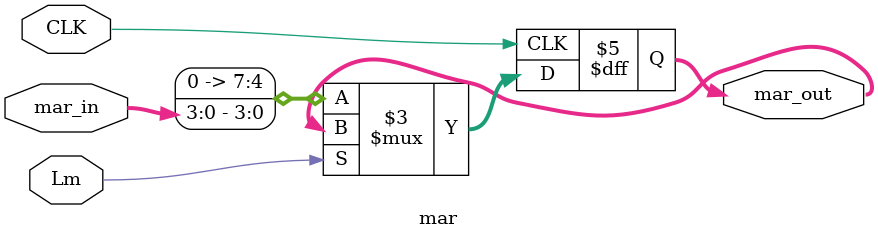
<source format=v>
module mar(Lm, CLK, mar_in, mar_out);
	
	input Lm;
	input CLK;
	
	input [3:0] mar_in;
	output reg [7:0] mar_out;
	
	always@(posedge CLK) begin
		if (~Lm) begin
			mar_out <= mar_in;	
		end
	end
endmodule

</source>
